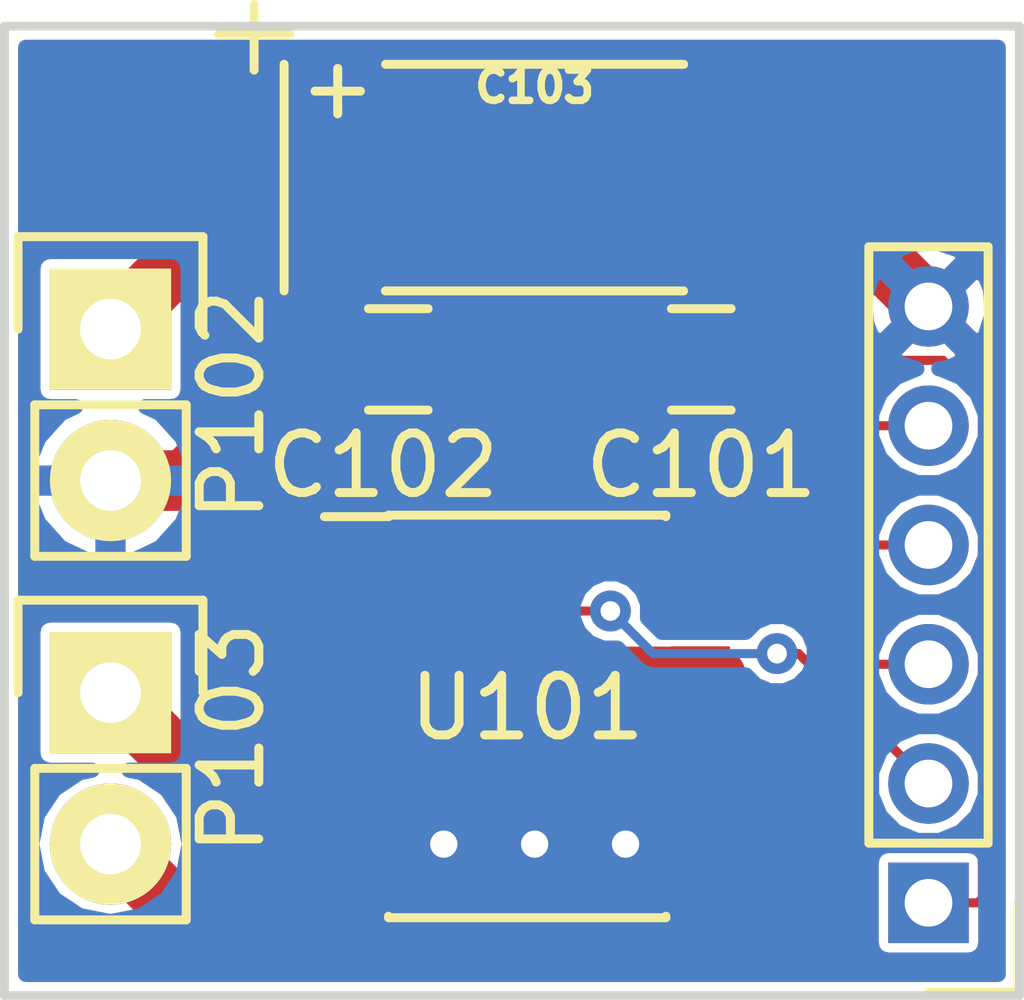
<source format=kicad_pcb>
(kicad_pcb (version 4) (host pcbnew 4.0.2+e4-6225~38~ubuntu16.04.1-stable)

  (general
    (links 27)
    (no_connects 0)
    (area 170.104999 104.826999 187.273001 120.725001)
    (thickness 1.6)
    (drawings 4)
    (tracks 89)
    (zones 0)
    (modules 7)
    (nets 10)
  )

  (page A4)
  (layers
    (0 F.Cu signal)
    (31 B.Cu signal)
    (36 B.SilkS user)
    (37 F.SilkS user)
    (38 B.Mask user)
    (39 F.Mask user)
    (42 Eco1.User user)
    (44 Edge.Cuts user)
  )

  (setup
    (last_trace_width 0.1524)
    (user_trace_width 0.1524)
    (user_trace_width 0.6858)
    (trace_clearance 0.1524)
    (zone_clearance 0.1524)
    (zone_45_only no)
    (trace_min 0.1524)
    (segment_width 0.2)
    (edge_width 0.15)
    (via_size 0.6858)
    (via_drill 0.3302)
    (via_min_size 0.6858)
    (via_min_drill 0.3302)
    (uvia_size 0.762)
    (uvia_drill 0.508)
    (uvias_allowed no)
    (uvia_min_size 0)
    (uvia_min_drill 0)
    (pcb_text_width 0.3)
    (pcb_text_size 1.5 1.5)
    (mod_edge_width 0.15)
    (mod_text_size 1 1)
    (mod_text_width 0.15)
    (pad_size 1.524 1.524)
    (pad_drill 0.762)
    (pad_to_mask_clearance 0.2)
    (aux_axis_origin 0 0)
    (visible_elements FFFFEF7F)
    (pcbplotparams
      (layerselection 0x00030_80000001)
      (usegerberextensions false)
      (excludeedgelayer true)
      (linewidth 0.100000)
      (plotframeref false)
      (viasonmask false)
      (mode 1)
      (useauxorigin false)
      (hpglpennumber 1)
      (hpglpenspeed 20)
      (hpglpendiameter 15)
      (hpglpenoverlay 2)
      (psnegative false)
      (psa4output false)
      (plotreference true)
      (plotvalue true)
      (plotinvisibletext false)
      (padsonsilk false)
      (subtractmaskfromsilk false)
      (outputformat 1)
      (mirror false)
      (drillshape 1)
      (scaleselection 1)
      (outputdirectory ""))
  )

  (net 0 "")
  (net 1 GND)
  (net 2 /VCC)
  (net 3 /VM+)
  (net 4 "Net-(P101-Pad2)")
  (net 5 "Net-(P101-Pad3)")
  (net 6 "Net-(P101-Pad4)")
  (net 7 "Net-(P101-Pad5)")
  (net 8 /O1)
  (net 9 /O2)

  (net_class Default "This is the default net class."
    (clearance 0.1524)
    (trace_width 0.1524)
    (via_dia 0.6858)
    (via_drill 0.3302)
    (uvia_dia 0.762)
    (uvia_drill 0.508)
    (add_net /VCC)
    (add_net "Net-(P101-Pad2)")
    (add_net "Net-(P101-Pad3)")
    (add_net "Net-(P101-Pad4)")
    (add_net "Net-(P101-Pad5)")
  )

  (net_class Power ""
    (clearance 0.1524)
    (trace_width 1.016)
    (via_dia 0.889)
    (via_drill 0.4572)
    (uvia_dia 0.762)
    (uvia_drill 0.508)
    (add_net /O1)
    (add_net /O2)
    (add_net /VM+)
    (add_net GND)
  )

  (module Capacitors_SMD:C_0805_HandSoldering (layer F.Cu) (tedit 541A9B8D) (tstamp 579C00A1)
    (at 181.864 109.982)
    (descr "Capacitor SMD 0805, hand soldering")
    (tags "capacitor 0805")
    (path /579BFF20)
    (attr smd)
    (fp_text reference C101 (at 0 1.778) (layer F.SilkS)
      (effects (font (size 1 1) (thickness 0.15)))
    )
    (fp_text value .1uf (at 0 2.1) (layer F.Fab)
      (effects (font (size 1 1) (thickness 0.15)))
    )
    (fp_line (start -2.3 -1) (end 2.3 -1) (layer F.CrtYd) (width 0.05))
    (fp_line (start -2.3 1) (end 2.3 1) (layer F.CrtYd) (width 0.05))
    (fp_line (start -2.3 -1) (end -2.3 1) (layer F.CrtYd) (width 0.05))
    (fp_line (start 2.3 -1) (end 2.3 1) (layer F.CrtYd) (width 0.05))
    (fp_line (start 0.5 -0.85) (end -0.5 -0.85) (layer F.SilkS) (width 0.15))
    (fp_line (start -0.5 0.85) (end 0.5 0.85) (layer F.SilkS) (width 0.15))
    (pad 1 smd rect (at -1.25 0) (size 1.5 1.25) (layers F.Cu F.Mask)
      (net 1 GND))
    (pad 2 smd rect (at 1.25 0) (size 1.5 1.25) (layers F.Cu F.Mask)
      (net 2 /VCC))
    (model Capacitors_SMD.3dshapes/C_0805_HandSoldering.wrl
      (at (xyz 0 0 0))
      (scale (xyz 1 1 1))
      (rotate (xyz 0 0 0))
    )
  )

  (module Capacitors_SMD:C_0805_HandSoldering (layer F.Cu) (tedit 541A9B8D) (tstamp 579C00A7)
    (at 176.784 109.982)
    (descr "Capacitor SMD 0805, hand soldering")
    (tags "capacitor 0805")
    (path /579BFF60)
    (attr smd)
    (fp_text reference C102 (at -0.254 1.778) (layer F.SilkS)
      (effects (font (size 1 1) (thickness 0.15)))
    )
    (fp_text value .1uf (at 0 2.1) (layer F.Fab)
      (effects (font (size 1 1) (thickness 0.15)))
    )
    (fp_line (start -2.3 -1) (end 2.3 -1) (layer F.CrtYd) (width 0.05))
    (fp_line (start -2.3 1) (end 2.3 1) (layer F.CrtYd) (width 0.05))
    (fp_line (start -2.3 -1) (end -2.3 1) (layer F.CrtYd) (width 0.05))
    (fp_line (start 2.3 -1) (end 2.3 1) (layer F.CrtYd) (width 0.05))
    (fp_line (start 0.5 -0.85) (end -0.5 -0.85) (layer F.SilkS) (width 0.15))
    (fp_line (start -0.5 0.85) (end 0.5 0.85) (layer F.SilkS) (width 0.15))
    (pad 1 smd rect (at -1.25 0) (size 1.5 1.25) (layers F.Cu F.Mask)
      (net 1 GND))
    (pad 2 smd rect (at 1.25 0) (size 1.5 1.25) (layers F.Cu F.Mask)
      (net 3 /VM+))
    (model Capacitors_SMD.3dshapes/C_0805_HandSoldering.wrl
      (at (xyz 0 0 0))
      (scale (xyz 1 1 1))
      (rotate (xyz 0 0 0))
    )
  )

  (module Capacitors_Tantalum_SMD:TantalC_SizeB_EIA-3528_HandSoldering (layer F.Cu) (tedit 579C0A85) (tstamp 579C00AD)
    (at 179.07 106.934)
    (descr "Tantal Cap. , Size B, EIA-3528, Hand Soldering,")
    (tags "Tantal Cap. , Size B, EIA-3528, Hand Soldering,")
    (path /579C1BFF)
    (attr smd)
    (fp_text reference C103 (at 0 -1.524) (layer F.SilkS)
      (effects (font (size 0.508 0.508) (thickness 0.127)))
    )
    (fp_text value 10uf (at -0.09906 3.59918) (layer F.Fab)
      (effects (font (size 1 1) (thickness 0.15)))
    )
    (fp_text user + (at -3.302 -1.524) (layer F.SilkS)
      (effects (font (size 1 1) (thickness 0.15)))
    )
    (fp_line (start -4.20116 -1.89992) (end -4.20116 1.89992) (layer F.SilkS) (width 0.15))
    (fp_line (start 2.49936 -1.89992) (end -2.49936 -1.89992) (layer F.SilkS) (width 0.15))
    (fp_line (start 2.49682 1.89992) (end -2.5019 1.89992) (layer F.SilkS) (width 0.15))
    (fp_line (start -4.70408 -2.90322) (end -4.70408 -1.8034) (layer F.SilkS) (width 0.15))
    (fp_line (start -5.30352 -2.40284) (end -4.10464 -2.40284) (layer F.SilkS) (width 0.15))
    (pad 2 smd rect (at 2.12598 0) (size 3.1496 1.80086) (layers F.Cu F.Mask)
      (net 1 GND))
    (pad 1 smd rect (at -2.12598 0) (size 3.1496 1.80086) (layers F.Cu F.Mask)
      (net 3 /VM+))
    (model Capacitors_Tantalum_SMD.3dshapes/TantalC_SizeB_EIA-3528_HandSoldering.wrl
      (at (xyz 0 0 0))
      (scale (xyz 1 1 1))
      (rotate (xyz 0 0 180))
    )
  )

  (module Pin_Headers:Pin_Header_Straight_1x06_Pitch2.00mm (layer F.Cu) (tedit 579C0AEE) (tstamp 579C00B7)
    (at 185.674 119.094 180)
    (descr "Through hole pin header, 1x06, 2.00mm pitch, single row")
    (tags "pin header single row")
    (path /579C004C)
    (fp_text reference P101 (at 0 -5 180) (layer F.SilkS) hide
      (effects (font (size 1 1) (thickness 0.15)))
    )
    (fp_text value CONTROL (at 0 -3 180) (layer F.Fab)
      (effects (font (size 1 1) (thickness 0.15)))
    )
    (fp_line (start -1 1) (end 1 1) (layer F.SilkS) (width 0.15))
    (fp_line (start 1 1) (end 1 11) (layer F.SilkS) (width 0.15))
    (fp_line (start 1 11) (end -1 11) (layer F.SilkS) (width 0.15))
    (fp_line (start -1 11) (end -1 1) (layer F.SilkS) (width 0.15))
    (fp_line (start -1.6 -1.6) (end 1.6 -1.6) (layer F.CrtYd) (width 0.05))
    (fp_line (start 1.6 -1.6) (end 1.6 11.6) (layer F.CrtYd) (width 0.05))
    (fp_line (start 1.6 11.6) (end -1.6 11.6) (layer F.CrtYd) (width 0.05))
    (fp_line (start -1.6 11.6) (end -1.6 -1.6) (layer F.CrtYd) (width 0.05))
    (fp_line (start -1.5 0) (end -1.5 -1.5) (layer F.SilkS) (width 0.15))
    (fp_line (start -1.5 -1.5) (end 0 -1.5) (layer F.SilkS) (width 0.15))
    (pad 1 thru_hole rect (at 0 0 180) (size 1.35 1.35) (drill 0.8) (layers *.Cu *.Mask)
      (net 2 /VCC))
    (pad 2 thru_hole circle (at 0 2 180) (size 1.35 1.35) (drill 0.8) (layers *.Cu *.Mask)
      (net 4 "Net-(P101-Pad2)"))
    (pad 3 thru_hole circle (at 0 4 180) (size 1.35 1.35) (drill 0.8) (layers *.Cu *.Mask)
      (net 5 "Net-(P101-Pad3)"))
    (pad 4 thru_hole circle (at 0 6 180) (size 1.35 1.35) (drill 0.8) (layers *.Cu *.Mask)
      (net 6 "Net-(P101-Pad4)"))
    (pad 5 thru_hole circle (at 0 8 180) (size 1.35 1.35) (drill 0.8) (layers *.Cu *.Mask)
      (net 7 "Net-(P101-Pad5)"))
    (pad 6 thru_hole circle (at 0 10 180) (size 1.35 1.35) (drill 0.8) (layers *.Cu *.Mask)
      (net 1 GND))
    (model Pin_Headers.3dshapes/Pin_Header_Straight_1x06_Pitch2.00mm.wrl
      (at (xyz 0 0 0))
      (scale (xyz 1 1 1))
      (rotate (xyz 0 0 0))
    )
  )

  (module Pin_Headers:Pin_Header_Straight_1x02 (layer F.Cu) (tedit 54EA090C) (tstamp 579C00BD)
    (at 171.958 109.474)
    (descr "Through hole pin header")
    (tags "pin header")
    (path /579BFEE1)
    (fp_text reference P102 (at 2.032 1.27 90) (layer F.SilkS)
      (effects (font (size 1 1) (thickness 0.15)))
    )
    (fp_text value VM (at 0 -3.1) (layer F.Fab)
      (effects (font (size 1 1) (thickness 0.15)))
    )
    (fp_line (start 1.27 1.27) (end 1.27 3.81) (layer F.SilkS) (width 0.15))
    (fp_line (start 1.55 -1.55) (end 1.55 0) (layer F.SilkS) (width 0.15))
    (fp_line (start -1.75 -1.75) (end -1.75 4.3) (layer F.CrtYd) (width 0.05))
    (fp_line (start 1.75 -1.75) (end 1.75 4.3) (layer F.CrtYd) (width 0.05))
    (fp_line (start -1.75 -1.75) (end 1.75 -1.75) (layer F.CrtYd) (width 0.05))
    (fp_line (start -1.75 4.3) (end 1.75 4.3) (layer F.CrtYd) (width 0.05))
    (fp_line (start 1.27 1.27) (end -1.27 1.27) (layer F.SilkS) (width 0.15))
    (fp_line (start -1.55 0) (end -1.55 -1.55) (layer F.SilkS) (width 0.15))
    (fp_line (start -1.55 -1.55) (end 1.55 -1.55) (layer F.SilkS) (width 0.15))
    (fp_line (start -1.27 1.27) (end -1.27 3.81) (layer F.SilkS) (width 0.15))
    (fp_line (start -1.27 3.81) (end 1.27 3.81) (layer F.SilkS) (width 0.15))
    (pad 1 thru_hole rect (at 0 0) (size 2.032 2.032) (drill 1.016) (layers *.Cu *.Mask F.SilkS)
      (net 3 /VM+))
    (pad 2 thru_hole oval (at 0 2.54) (size 2.032 2.032) (drill 1.016) (layers *.Cu *.Mask F.SilkS)
      (net 1 GND))
    (model Pin_Headers.3dshapes/Pin_Header_Straight_1x02.wrl
      (at (xyz 0 -0.05 0))
      (scale (xyz 1 1 1))
      (rotate (xyz 0 0 90))
    )
  )

  (module Pin_Headers:Pin_Header_Straight_1x02 (layer F.Cu) (tedit 54EA090C) (tstamp 579C00C3)
    (at 171.958 115.57)
    (descr "Through hole pin header")
    (tags "pin header")
    (path /579C00FC)
    (fp_text reference P103 (at 2.032 0.762 90) (layer F.SilkS)
      (effects (font (size 1 1) (thickness 0.15)))
    )
    (fp_text value MOT (at 0 -3.1) (layer F.Fab)
      (effects (font (size 1 1) (thickness 0.15)))
    )
    (fp_line (start 1.27 1.27) (end 1.27 3.81) (layer F.SilkS) (width 0.15))
    (fp_line (start 1.55 -1.55) (end 1.55 0) (layer F.SilkS) (width 0.15))
    (fp_line (start -1.75 -1.75) (end -1.75 4.3) (layer F.CrtYd) (width 0.05))
    (fp_line (start 1.75 -1.75) (end 1.75 4.3) (layer F.CrtYd) (width 0.05))
    (fp_line (start -1.75 -1.75) (end 1.75 -1.75) (layer F.CrtYd) (width 0.05))
    (fp_line (start -1.75 4.3) (end 1.75 4.3) (layer F.CrtYd) (width 0.05))
    (fp_line (start 1.27 1.27) (end -1.27 1.27) (layer F.SilkS) (width 0.15))
    (fp_line (start -1.55 0) (end -1.55 -1.55) (layer F.SilkS) (width 0.15))
    (fp_line (start -1.55 -1.55) (end 1.55 -1.55) (layer F.SilkS) (width 0.15))
    (fp_line (start -1.27 1.27) (end -1.27 3.81) (layer F.SilkS) (width 0.15))
    (fp_line (start -1.27 3.81) (end 1.27 3.81) (layer F.SilkS) (width 0.15))
    (pad 1 thru_hole rect (at 0 0) (size 2.032 2.032) (drill 1.016) (layers *.Cu *.Mask F.SilkS)
      (net 8 /O1))
    (pad 2 thru_hole oval (at 0 2.54) (size 2.032 2.032) (drill 1.016) (layers *.Cu *.Mask F.SilkS)
      (net 9 /O2))
    (model Pin_Headers.3dshapes/Pin_Header_Straight_1x02.wrl
      (at (xyz 0 -0.05 0))
      (scale (xyz 1 1 1))
      (rotate (xyz 0 0 90))
    )
  )

  (module Housings_SSOP:SSOP-20_4.4x6.5mm_Pitch0.65mm (layer F.Cu) (tedit 54130A77) (tstamp 579C00DB)
    (at 178.945095 115.969)
    (descr "SSOP20: plastic shrink small outline package; 20 leads; body width 4.4 mm; (see NXP SSOP-TSSOP-VSO-REFLOW.pdf and sot266-1_po.pdf)")
    (tags "SSOP 0.65")
    (path /579BFE38)
    (attr smd)
    (fp_text reference U101 (at 0 -0.145) (layer F.SilkS)
      (effects (font (size 1 1) (thickness 0.15)))
    )
    (fp_text value TB6593FNG (at 0 4.3) (layer F.Fab)
      (effects (font (size 1 1) (thickness 0.15)))
    )
    (fp_line (start -3.65 -3.55) (end -3.65 3.55) (layer F.CrtYd) (width 0.05))
    (fp_line (start 3.65 -3.55) (end 3.65 3.55) (layer F.CrtYd) (width 0.05))
    (fp_line (start -3.65 -3.55) (end 3.65 -3.55) (layer F.CrtYd) (width 0.05))
    (fp_line (start -3.65 3.55) (end 3.65 3.55) (layer F.CrtYd) (width 0.05))
    (fp_line (start -2.325 -3.375) (end -2.325 -3.35) (layer F.SilkS) (width 0.15))
    (fp_line (start 2.325 -3.375) (end 2.325 -3.35) (layer F.SilkS) (width 0.15))
    (fp_line (start 2.325 3.375) (end 2.325 3.35) (layer F.SilkS) (width 0.15))
    (fp_line (start -2.325 3.375) (end -2.325 3.35) (layer F.SilkS) (width 0.15))
    (fp_line (start -2.325 -3.375) (end 2.325 -3.375) (layer F.SilkS) (width 0.15))
    (fp_line (start -2.325 3.375) (end 2.325 3.375) (layer F.SilkS) (width 0.15))
    (fp_line (start -2.325 -3.35) (end -3.4 -3.35) (layer F.SilkS) (width 0.15))
    (pad 1 smd rect (at -2.9 -2.925) (size 1 0.4) (layers F.Cu F.Mask)
      (net 1 GND))
    (pad 2 smd rect (at -2.9 -2.275) (size 1 0.4) (layers F.Cu F.Mask)
      (net 7 "Net-(P101-Pad5)"))
    (pad 3 smd rect (at -2.9 -1.625) (size 1 0.4) (layers F.Cu F.Mask)
      (net 4 "Net-(P101-Pad2)"))
    (pad 4 smd rect (at -2.9 -0.975) (size 1 0.4) (layers F.Cu F.Mask)
      (net 3 /VM+))
    (pad 5 smd rect (at -2.9 -0.325) (size 1 0.4) (layers F.Cu F.Mask)
      (net 3 /VM+))
    (pad 6 smd rect (at -2.9 0.325) (size 1 0.4) (layers F.Cu F.Mask)
      (net 8 /O1))
    (pad 7 smd rect (at -2.9 0.975) (size 1 0.4) (layers F.Cu F.Mask)
      (net 8 /O1))
    (pad 8 smd rect (at -2.9 1.625) (size 1 0.4) (layers F.Cu F.Mask)
      (net 1 GND))
    (pad 9 smd rect (at -2.9 2.275) (size 1 0.4) (layers F.Cu F.Mask)
      (net 1 GND))
    (pad 10 smd rect (at -2.9 2.925) (size 1 0.4) (layers F.Cu F.Mask)
      (net 1 GND))
    (pad 11 smd rect (at 2.9 2.925) (size 1 0.4) (layers F.Cu F.Mask)
      (net 1 GND))
    (pad 12 smd rect (at 2.9 2.275) (size 1 0.4) (layers F.Cu F.Mask)
      (net 1 GND))
    (pad 13 smd rect (at 2.9 1.625) (size 1 0.4) (layers F.Cu F.Mask)
      (net 1 GND))
    (pad 14 smd rect (at 2.9 0.975) (size 1 0.4) (layers F.Cu F.Mask)
      (net 9 /O2))
    (pad 15 smd rect (at 2.9 0.325) (size 1 0.4) (layers F.Cu F.Mask)
      (net 9 /O2))
    (pad 16 smd rect (at 2.9 -0.325) (size 1 0.4) (layers F.Cu F.Mask)
      (net 3 /VM+))
    (pad 17 smd rect (at 2.9 -0.975) (size 1 0.4) (layers F.Cu F.Mask)
      (net 3 /VM+))
    (pad 18 smd rect (at 2.9 -1.625) (size 1 0.4) (layers F.Cu F.Mask)
      (net 5 "Net-(P101-Pad3)"))
    (pad 19 smd rect (at 2.9 -2.275) (size 1 0.4) (layers F.Cu F.Mask)
      (net 6 "Net-(P101-Pad4)"))
    (pad 20 smd rect (at 2.9 -2.925) (size 1 0.4) (layers F.Cu F.Mask)
      (net 2 /VCC))
    (model Housings_SSOP.3dshapes/SSOP-20_4.4x6.5mm_Pitch0.65mm.wrl
      (at (xyz 0 0 0))
      (scale (xyz 1 1 1))
      (rotate (xyz 0 0 0))
    )
  )

  (gr_line (start 187.198 104.394) (end 170.18 104.394) (layer Edge.Cuts) (width 0.15))
  (gr_line (start 187.198 120.65) (end 187.198 104.394) (layer Edge.Cuts) (width 0.15))
  (gr_line (start 170.18 120.65) (end 187.198 120.65) (layer Edge.Cuts) (width 0.15))
  (gr_line (start 170.18 104.394) (end 170.18 120.65) (layer Edge.Cuts) (width 0.15))

  (segment (start 181.356 118.11) (end 181.864 118.618) (width 0.6858) (layer B.Cu) (net 1))
  (segment (start 180.594 118.11) (end 181.356 118.11) (width 0.6858) (layer B.Cu) (net 1))
  (segment (start 179.07 118.11) (end 180.594 118.11) (width 0.6858) (layer F.Cu) (net 1))
  (via (at 180.594 118.11) (size 0.889) (drill 0.4572) (layers F.Cu B.Cu) (net 1))
  (via (at 179.07 118.11) (size 0.889) (drill 0.4572) (layers F.Cu B.Cu) (net 1))
  (segment (start 177.546 118.11) (end 179.07 118.11) (width 0.6858) (layer B.Cu) (net 1))
  (segment (start 176.045095 118.244) (end 177.412 118.244) (width 0.6858) (layer F.Cu) (net 1))
  (segment (start 177.412 118.244) (end 177.546 118.11) (width 0.6858) (layer F.Cu) (net 1))
  (via (at 177.546 118.11) (size 0.889) (drill 0.4572) (layers F.Cu B.Cu) (net 1))
  (segment (start 180.614 109.982) (end 180.614 111.2928) (width 0.6858) (layer F.Cu) (net 1))
  (segment (start 180.614 111.2928) (end 179.009701 112.897099) (width 0.6858) (layer F.Cu) (net 1))
  (segment (start 179.009701 112.897099) (end 176.045095 112.897099) (width 0.6858) (layer F.Cu) (net 1))
  (segment (start 171.958 112.014) (end 173.207429 112.014) (width 1.016) (layer F.Cu) (net 1))
  (segment (start 173.207429 112.014) (end 175.239429 109.982) (width 1.016) (layer F.Cu) (net 1))
  (segment (start 175.239429 109.982) (end 175.534 109.982) (width 1.016) (layer F.Cu) (net 1))
  (segment (start 185.674 109.094) (end 183.514 106.934) (width 1.016) (layer F.Cu) (net 1) (status 10))
  (segment (start 183.514 106.934) (end 181.19598 106.934) (width 1.016) (layer F.Cu) (net 1))
  (segment (start 180.614 109.982) (end 180.614 107.51598) (width 1.016) (layer F.Cu) (net 1))
  (segment (start 180.614 107.51598) (end 181.19598 106.934) (width 1.016) (layer F.Cu) (net 1))
  (segment (start 186.577601 112.014) (end 186.577601 110.660271) (width 0.1524) (layer F.Cu) (net 2))
  (segment (start 186.577601 119.017799) (end 186.577601 112.014) (width 0.1524) (layer F.Cu) (net 2))
  (segment (start 186.577601 112.014) (end 185.674 112.014) (width 0.1524) (layer F.Cu) (net 2))
  (segment (start 185.674 112.014) (end 185.497601 112.190399) (width 0.1524) (layer F.Cu) (net 2))
  (segment (start 185.497601 112.190399) (end 183.351096 112.190399) (width 0.1524) (layer F.Cu) (net 2))
  (segment (start 183.351096 112.190399) (end 182.497495 113.044) (width 0.1524) (layer F.Cu) (net 2))
  (segment (start 182.497495 113.044) (end 181.845095 113.044) (width 0.1524) (layer F.Cu) (net 2))
  (segment (start 185.674 119.094) (end 186.5014 119.094) (width 0.1524) (layer F.Cu) (net 2))
  (segment (start 184.032001 109.997601) (end 184.0164 109.982) (width 0.1524) (layer F.Cu) (net 2))
  (segment (start 186.5014 119.094) (end 186.577601 119.017799) (width 0.1524) (layer F.Cu) (net 2))
  (segment (start 186.577601 110.660271) (end 185.914931 109.997601) (width 0.1524) (layer F.Cu) (net 2))
  (segment (start 185.914931 109.997601) (end 184.032001 109.997601) (width 0.1524) (layer F.Cu) (net 2))
  (segment (start 184.0164 109.982) (end 183.114 109.982) (width 0.1524) (layer F.Cu) (net 2))
  (segment (start 176.045095 114.994) (end 175.392695 114.994) (width 0.1524) (layer F.Cu) (net 3))
  (segment (start 175.392695 114.994) (end 175.080694 115.306001) (width 0.1524) (layer F.Cu) (net 3))
  (segment (start 175.080694 115.306001) (end 174.935494 115.306001) (width 0.1524) (layer F.Cu) (net 3))
  (segment (start 176.045095 115.644) (end 175.273493 115.644) (width 0.1524) (layer F.Cu) (net 3))
  (segment (start 175.273493 115.644) (end 174.935494 115.306001) (width 0.1524) (layer F.Cu) (net 3))
  (segment (start 181.845095 115.644) (end 181.845095 115.568907) (width 0.1524) (layer F.Cu) (net 3))
  (segment (start 181.845095 115.568907) (end 182.108001 115.306001) (width 0.1524) (layer F.Cu) (net 3))
  (segment (start 181.845095 114.994) (end 181.845095 115.043095) (width 0.1524) (layer F.Cu) (net 3))
  (segment (start 181.845095 115.043095) (end 182.108001 115.306001) (width 0.1524) (layer F.Cu) (net 3))
  (segment (start 174.935494 115.306001) (end 182.108001 115.306001) (width 1.016) (layer F.Cu) (net 3))
  (segment (start 174.498 112.519493) (end 174.498 114.868507) (width 1.016) (layer F.Cu) (net 3))
  (segment (start 174.498 114.868507) (end 174.935494 115.306001) (width 1.016) (layer F.Cu) (net 3))
  (segment (start 176.502602 111.76) (end 175.257493 111.76) (width 1.016) (layer F.Cu) (net 3))
  (segment (start 175.257493 111.76) (end 174.498 112.519493) (width 1.016) (layer F.Cu) (net 3))
  (segment (start 178.034 109.982) (end 178.034 110.228602) (width 1.016) (layer F.Cu) (net 3))
  (segment (start 178.034 110.228602) (end 176.502602 111.76) (width 1.016) (layer F.Cu) (net 3))
  (segment (start 176.94402 106.934) (end 174.498 106.934) (width 1.016) (layer F.Cu) (net 3))
  (segment (start 174.498 106.934) (end 171.958 109.474) (width 1.016) (layer F.Cu) (net 3))
  (segment (start 176.94402 106.934) (end 176.94402 108.89202) (width 1.016) (layer F.Cu) (net 3))
  (segment (start 176.94402 108.89202) (end 178.034 109.982) (width 1.016) (layer F.Cu) (net 3))
  (segment (start 180.34 114.201091) (end 176.188004 114.201091) (width 0.1524) (layer F.Cu) (net 4))
  (segment (start 176.188004 114.201091) (end 176.045095 114.344) (width 0.1524) (layer F.Cu) (net 4))
  (segment (start 183.134 114.91551) (end 181.054419 114.91551) (width 0.1524) (layer B.Cu) (net 4))
  (segment (start 181.054419 114.91551) (end 180.34 114.201091) (width 0.1524) (layer B.Cu) (net 4))
  (via (at 180.34 114.201091) (size 0.6858) (drill 0.3302) (layers F.Cu B.Cu) (net 4))
  (segment (start 185.674 117.094) (end 183.49551 114.91551) (width 0.1524) (layer F.Cu) (net 4) (status 10))
  (segment (start 183.49551 114.91551) (end 183.134 114.91551) (width 0.1524) (layer F.Cu) (net 4))
  (via (at 183.134 114.91551) (size 0.6858) (drill 0.3302) (layers F.Cu B.Cu) (net 4))
  (segment (start 185.674 115.094) (end 184.719406 115.094) (width 0.1524) (layer F.Cu) (net 5) (status 10))
  (segment (start 184.719406 115.094) (end 183.969406 114.344) (width 0.1524) (layer F.Cu) (net 5))
  (segment (start 183.969406 114.344) (end 182.497495 114.344) (width 0.1524) (layer F.Cu) (net 5))
  (segment (start 182.497495 114.344) (end 181.845095 114.344) (width 0.1524) (layer F.Cu) (net 5))
  (segment (start 185.674 113.094) (end 184.719406 113.094) (width 0.1524) (layer F.Cu) (net 6) (status 10))
  (segment (start 184.719406 113.094) (end 184.119406 113.694) (width 0.1524) (layer F.Cu) (net 6))
  (segment (start 184.119406 113.694) (end 182.497495 113.694) (width 0.1524) (layer F.Cu) (net 6))
  (segment (start 182.497495 113.694) (end 181.845095 113.694) (width 0.1524) (layer F.Cu) (net 6))
  (segment (start 185.674 111.094) (end 181.768 111.094) (width 0.1524) (layer F.Cu) (net 7) (status 10))
  (segment (start 181.768 111.094) (end 179.07 113.792) (width 0.1524) (layer F.Cu) (net 7))
  (segment (start 179.07 113.792) (end 176.143095 113.792) (width 0.1524) (layer F.Cu) (net 7))
  (segment (start 176.143095 113.792) (end 176.045095 113.694) (width 0.1524) (layer F.Cu) (net 7))
  (segment (start 175.722001 116.631999) (end 175.733094 116.631999) (width 0.6858) (layer F.Cu) (net 8))
  (segment (start 175.898194 116.797099) (end 176.045095 116.797099) (width 0.6858) (layer F.Cu) (net 8))
  (segment (start 175.733094 116.631999) (end 175.898194 116.797099) (width 0.6858) (layer F.Cu) (net 8))
  (segment (start 175.722001 116.631999) (end 175.722001 116.617094) (width 0.6858) (layer F.Cu) (net 8))
  (segment (start 175.722001 116.617094) (end 175.898194 116.440901) (width 0.6858) (layer F.Cu) (net 8))
  (segment (start 175.898194 116.440901) (end 176.045095 116.440901) (width 0.6858) (layer F.Cu) (net 8))
  (segment (start 171.958 115.57) (end 173.019999 116.631999) (width 1.016) (layer F.Cu) (net 8))
  (segment (start 173.019999 116.631999) (end 175.722001 116.631999) (width 1.016) (layer F.Cu) (net 8))
  (segment (start 181.845095 116.606001) (end 181.845095 116.440901) (width 0.6858) (layer F.Cu) (net 9))
  (segment (start 181.845095 116.606001) (end 181.845095 116.797099) (width 0.6858) (layer F.Cu) (net 9))
  (segment (start 182.928698 116.606001) (end 182.954696 116.606001) (width 1.016) (layer F.Cu) (net 9))
  (segment (start 182.954696 116.606001) (end 181.845095 116.606001) (width 1.016) (layer F.Cu) (net 9))
  (segment (start 171.958 118.11) (end 173.704001 119.856001) (width 1.016) (layer F.Cu) (net 9))
  (segment (start 183.107096 119.703601) (end 183.107096 116.784399) (width 1.016) (layer F.Cu) (net 9))
  (segment (start 173.704001 119.856001) (end 182.954696 119.856001) (width 1.016) (layer F.Cu) (net 9))
  (segment (start 182.954696 119.856001) (end 183.107096 119.703601) (width 1.016) (layer F.Cu) (net 9))
  (segment (start 183.107096 116.784399) (end 182.928698 116.606001) (width 1.016) (layer F.Cu) (net 9))

  (zone (net 1) (net_name GND) (layer B.Cu) (tstamp 0) (hatch edge 0.508)
    (connect_pads (clearance 0.1524))
    (min_thickness 0.254)
    (fill yes (arc_segments 16) (thermal_gap 0.254) (thermal_bridge_width 0.508))
    (polygon
      (pts
        (xy 170.18 104.394) (xy 170.18 120.65) (xy 187.198 120.65) (xy 187.198 104.394)
      )
    )
    (filled_polygon
      (pts
        (xy 186.8436 120.2956) (xy 170.5344 120.2956) (xy 170.5344 118.11) (xy 170.637222 118.11) (xy 170.735828 118.605728)
        (xy 171.016636 119.025986) (xy 171.436894 119.306794) (xy 171.932622 119.4054) (xy 171.983378 119.4054) (xy 172.479106 119.306794)
        (xy 172.899364 119.025986) (xy 173.180172 118.605728) (xy 173.217314 118.419) (xy 184.714127 118.419) (xy 184.714127 119.769)
        (xy 184.733609 119.872539) (xy 184.794801 119.967634) (xy 184.888168 120.031429) (xy 184.999 120.053873) (xy 186.349 120.053873)
        (xy 186.452539 120.034391) (xy 186.547634 119.973199) (xy 186.611429 119.879832) (xy 186.633873 119.769) (xy 186.633873 118.419)
        (xy 186.614391 118.315461) (xy 186.553199 118.220366) (xy 186.459832 118.156571) (xy 186.349 118.134127) (xy 184.999 118.134127)
        (xy 184.895461 118.153609) (xy 184.800366 118.214801) (xy 184.736571 118.308168) (xy 184.714127 118.419) (xy 173.217314 118.419)
        (xy 173.278778 118.11) (xy 173.180172 117.614272) (xy 172.958829 117.283009) (xy 184.719435 117.283009) (xy 184.864427 117.633918)
        (xy 185.13267 117.902629) (xy 185.483325 118.048234) (xy 185.863009 118.048565) (xy 186.213918 117.903573) (xy 186.482629 117.63533)
        (xy 186.628234 117.284675) (xy 186.628565 116.904991) (xy 186.483573 116.554082) (xy 186.21533 116.285371) (xy 185.864675 116.139766)
        (xy 185.484991 116.139435) (xy 185.134082 116.284427) (xy 184.865371 116.55267) (xy 184.719766 116.903325) (xy 184.719435 117.283009)
        (xy 172.958829 117.283009) (xy 172.899364 117.194014) (xy 172.479106 116.913206) (xy 172.266283 116.870873) (xy 172.974 116.870873)
        (xy 173.077539 116.851391) (xy 173.172634 116.790199) (xy 173.236429 116.696832) (xy 173.258873 116.586) (xy 173.258873 114.554)
        (xy 173.239391 114.450461) (xy 173.178199 114.355366) (xy 173.132778 114.324331) (xy 179.717592 114.324331) (xy 179.812132 114.553135)
        (xy 179.987035 114.728344) (xy 180.215674 114.823283) (xy 180.459511 114.823496) (xy 180.802972 115.166957) (xy 180.918336 115.244042)
        (xy 181.054419 115.27111) (xy 182.609682 115.27111) (xy 182.781035 115.442763) (xy 183.009674 115.537702) (xy 183.25724 115.537918)
        (xy 183.486044 115.443378) (xy 183.646693 115.283009) (xy 184.719435 115.283009) (xy 184.864427 115.633918) (xy 185.13267 115.902629)
        (xy 185.483325 116.048234) (xy 185.863009 116.048565) (xy 186.213918 115.903573) (xy 186.482629 115.63533) (xy 186.628234 115.284675)
        (xy 186.628565 114.904991) (xy 186.483573 114.554082) (xy 186.21533 114.285371) (xy 185.864675 114.139766) (xy 185.484991 114.139435)
        (xy 185.134082 114.284427) (xy 184.865371 114.55267) (xy 184.719766 114.903325) (xy 184.719435 115.283009) (xy 183.646693 115.283009)
        (xy 183.661253 115.268475) (xy 183.756192 115.039836) (xy 183.756408 114.79227) (xy 183.661868 114.563466) (xy 183.486965 114.388257)
        (xy 183.258326 114.293318) (xy 183.01076 114.293102) (xy 182.781956 114.387642) (xy 182.609387 114.55991) (xy 181.201713 114.55991)
        (xy 180.962196 114.320393) (xy 180.962408 114.077851) (xy 180.867868 113.849047) (xy 180.692965 113.673838) (xy 180.464326 113.578899)
        (xy 180.21676 113.578683) (xy 179.987956 113.673223) (xy 179.812747 113.848126) (xy 179.717808 114.076765) (xy 179.717592 114.324331)
        (xy 173.132778 114.324331) (xy 173.084832 114.291571) (xy 172.974 114.269127) (xy 170.942 114.269127) (xy 170.838461 114.288609)
        (xy 170.743366 114.349801) (xy 170.679571 114.443168) (xy 170.657127 114.554) (xy 170.657127 116.586) (xy 170.676609 116.689539)
        (xy 170.737801 116.784634) (xy 170.831168 116.848429) (xy 170.942 116.870873) (xy 171.649717 116.870873) (xy 171.436894 116.913206)
        (xy 171.016636 117.194014) (xy 170.735828 117.614272) (xy 170.637222 118.11) (xy 170.5344 118.11) (xy 170.5344 112.35707)
        (xy 170.60378 112.35707) (xy 170.757826 112.728997) (xy 171.122801 113.133858) (xy 171.614928 113.368231) (xy 171.831 113.309976)
        (xy 171.831 112.141) (xy 172.085 112.141) (xy 172.085 113.309976) (xy 172.301072 113.368231) (xy 172.480017 113.283009)
        (xy 184.719435 113.283009) (xy 184.864427 113.633918) (xy 185.13267 113.902629) (xy 185.483325 114.048234) (xy 185.863009 114.048565)
        (xy 186.213918 113.903573) (xy 186.482629 113.63533) (xy 186.628234 113.284675) (xy 186.628565 112.904991) (xy 186.483573 112.554082)
        (xy 186.21533 112.285371) (xy 185.864675 112.139766) (xy 185.484991 112.139435) (xy 185.134082 112.284427) (xy 184.865371 112.55267)
        (xy 184.719766 112.903325) (xy 184.719435 113.283009) (xy 172.480017 113.283009) (xy 172.793199 113.133858) (xy 173.158174 112.728997)
        (xy 173.31222 112.35707) (xy 173.25354 112.141) (xy 172.085 112.141) (xy 171.831 112.141) (xy 170.66246 112.141)
        (xy 170.60378 112.35707) (xy 170.5344 112.35707) (xy 170.5344 111.67093) (xy 170.60378 111.67093) (xy 170.66246 111.887)
        (xy 171.831 111.887) (xy 171.831 111.867) (xy 172.085 111.867) (xy 172.085 111.887) (xy 173.25354 111.887)
        (xy 173.31222 111.67093) (xy 173.158174 111.299003) (xy 173.143756 111.283009) (xy 184.719435 111.283009) (xy 184.864427 111.633918)
        (xy 185.13267 111.902629) (xy 185.483325 112.048234) (xy 185.863009 112.048565) (xy 186.213918 111.903573) (xy 186.482629 111.63533)
        (xy 186.628234 111.284675) (xy 186.628565 110.904991) (xy 186.483573 110.554082) (xy 186.21533 110.285371) (xy 185.864675 110.139766)
        (xy 185.845276 110.139749) (xy 185.966693 110.130142) (xy 186.199699 110.033628) (xy 186.272344 109.871949) (xy 185.674 109.273605)
        (xy 185.075656 109.871949) (xy 185.148301 110.033628) (xy 185.480336 110.141358) (xy 185.134082 110.284427) (xy 184.865371 110.55267)
        (xy 184.719766 110.903325) (xy 184.719435 111.283009) (xy 173.143756 111.283009) (xy 172.793199 110.894142) (xy 172.542763 110.774873)
        (xy 172.974 110.774873) (xy 173.077539 110.755391) (xy 173.172634 110.694199) (xy 173.236429 110.600832) (xy 173.258873 110.49)
        (xy 173.258873 108.967898) (xy 184.604721 108.967898) (xy 184.637858 109.386693) (xy 184.734372 109.619699) (xy 184.896051 109.692344)
        (xy 185.494395 109.094) (xy 185.853605 109.094) (xy 186.451949 109.692344) (xy 186.613628 109.619699) (xy 186.743279 109.220102)
        (xy 186.710142 108.801307) (xy 186.613628 108.568301) (xy 186.451949 108.495656) (xy 185.853605 109.094) (xy 185.494395 109.094)
        (xy 184.896051 108.495656) (xy 184.734372 108.568301) (xy 184.604721 108.967898) (xy 173.258873 108.967898) (xy 173.258873 108.458)
        (xy 173.239391 108.354461) (xy 173.214675 108.316051) (xy 185.075656 108.316051) (xy 185.674 108.914395) (xy 186.272344 108.316051)
        (xy 186.199699 108.154372) (xy 185.800102 108.024721) (xy 185.381307 108.057858) (xy 185.148301 108.154372) (xy 185.075656 108.316051)
        (xy 173.214675 108.316051) (xy 173.178199 108.259366) (xy 173.084832 108.195571) (xy 172.974 108.173127) (xy 170.942 108.173127)
        (xy 170.838461 108.192609) (xy 170.743366 108.253801) (xy 170.679571 108.347168) (xy 170.657127 108.458) (xy 170.657127 110.49)
        (xy 170.676609 110.593539) (xy 170.737801 110.688634) (xy 170.831168 110.752429) (xy 170.942 110.774873) (xy 171.373237 110.774873)
        (xy 171.122801 110.894142) (xy 170.757826 111.299003) (xy 170.60378 111.67093) (xy 170.5344 111.67093) (xy 170.5344 104.7484)
        (xy 186.8436 104.7484)
      )
    )
  )
  (zone (net 1) (net_name GND) (layer F.Cu) (tstamp 0) (hatch edge 0.508)
    (connect_pads (clearance 0.1524))
    (min_thickness 0.254)
    (fill yes (arc_segments 16) (thermal_gap 0.254) (thermal_bridge_width 0.508))
    (polygon
      (pts
        (xy 175.514 117.348) (xy 175.514 119.126) (xy 182.372 119.126) (xy 182.372 117.348)
      )
    )
    (filled_polygon
      (pts
        (xy 176.172095 117.494) (xy 176.830845 117.494) (xy 176.849845 117.475) (xy 181.040345 117.475) (xy 181.059345 117.494)
        (xy 181.718095 117.494) (xy 181.718095 117.475) (xy 181.972095 117.475) (xy 181.972095 117.494) (xy 181.992095 117.494)
        (xy 181.992095 117.694) (xy 181.972095 117.694) (xy 181.972095 118.144) (xy 181.992095 118.144) (xy 181.992095 118.344)
        (xy 181.972095 118.344) (xy 181.972095 118.794) (xy 181.992095 118.794) (xy 181.992095 118.994) (xy 181.972095 118.994)
        (xy 181.972095 118.999) (xy 181.718095 118.999) (xy 181.718095 118.994) (xy 181.059345 118.994) (xy 181.054345 118.999)
        (xy 176.835845 118.999) (xy 176.830845 118.994) (xy 176.172095 118.994) (xy 176.172095 118.999) (xy 175.918095 118.999)
        (xy 175.918095 118.994) (xy 175.898095 118.994) (xy 175.898095 118.794) (xy 175.918095 118.794) (xy 175.918095 118.344)
        (xy 176.172095 118.344) (xy 176.172095 118.794) (xy 176.236345 118.794) (xy 176.267345 118.825) (xy 176.620881 118.825)
        (xy 176.695722 118.794) (xy 176.830845 118.794) (xy 176.926095 118.69875) (xy 176.926095 118.618215) (xy 176.905709 118.569)
        (xy 176.926095 118.519785) (xy 176.926095 118.43925) (xy 180.964095 118.43925) (xy 180.964095 118.519785) (xy 180.984481 118.569)
        (xy 180.964095 118.618215) (xy 180.964095 118.69875) (xy 181.059345 118.794) (xy 181.194468 118.794) (xy 181.269309 118.825)
        (xy 181.622845 118.825) (xy 181.653845 118.794) (xy 181.718095 118.794) (xy 181.718095 118.344) (xy 181.653845 118.344)
        (xy 181.622845 118.313) (xy 181.269309 118.313) (xy 181.194468 118.344) (xy 181.059345 118.344) (xy 180.964095 118.43925)
        (xy 176.926095 118.43925) (xy 176.830845 118.344) (xy 176.695722 118.344) (xy 176.620881 118.313) (xy 176.267345 118.313)
        (xy 176.236345 118.344) (xy 176.172095 118.344) (xy 175.918095 118.344) (xy 175.898095 118.344) (xy 175.898095 118.144)
        (xy 175.918095 118.144) (xy 175.918095 117.694) (xy 176.172095 117.694) (xy 176.172095 118.144) (xy 176.236345 118.144)
        (xy 176.267345 118.175) (xy 176.620881 118.175) (xy 176.695722 118.144) (xy 176.830845 118.144) (xy 176.926095 118.04875)
        (xy 176.926095 117.968215) (xy 176.905709 117.919) (xy 176.926095 117.869785) (xy 176.926095 117.78925) (xy 180.964095 117.78925)
        (xy 180.964095 117.869785) (xy 180.984481 117.919) (xy 180.964095 117.968215) (xy 180.964095 118.04875) (xy 181.059345 118.144)
        (xy 181.194468 118.144) (xy 181.269309 118.175) (xy 181.622845 118.175) (xy 181.653845 118.144) (xy 181.718095 118.144)
        (xy 181.718095 117.694) (xy 181.653845 117.694) (xy 181.622845 117.663) (xy 181.269309 117.663) (xy 181.194468 117.694)
        (xy 181.059345 117.694) (xy 180.964095 117.78925) (xy 176.926095 117.78925) (xy 176.830845 117.694) (xy 176.695722 117.694)
        (xy 176.620881 117.663) (xy 176.267345 117.663) (xy 176.236345 117.694) (xy 176.172095 117.694) (xy 175.918095 117.694)
        (xy 175.898095 117.694) (xy 175.898095 117.494) (xy 175.918095 117.494) (xy 175.918095 117.475) (xy 176.172095 117.475)
      )
    )
  )
)

</source>
